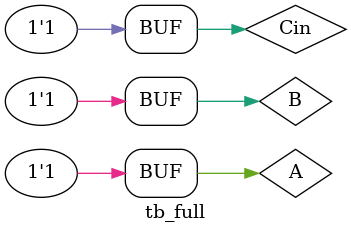
<source format=v>
module full_adder(a,b,cin,s,cout);

input a,b,cin;
output s,cout;

assign {cout,s}=a+b+cin;


endmodule

module tb_full();

reg A,B,Cin;
wire Cout,S;

full_adder FA(
        .a(A),
        .b(B),
        .cin(Cin),
        .s(S),
        .cout(Cout)
);


initial
   begin
      #5 A=1'b0;B=1'b0;Cin=1'b0;
      #5 A=1'b0;B=1'b0;Cin=1'b1;
      #5 A=1'b0;B=1'b1;Cin=1'b0;
      #5 A=1'b0;B=1'b1;Cin=1'b1;
      #5 A=1'b1;B=1'b0;Cin=1'b0;
      #5 A=1'b1;B=1'b0;Cin=1'b1;
      #5 A=1'b1;B=1'b1;Cin=1'b0;
      #5 A=1'b1;B=1'b1;Cin=1'b1;
   end



endmodule

</source>
